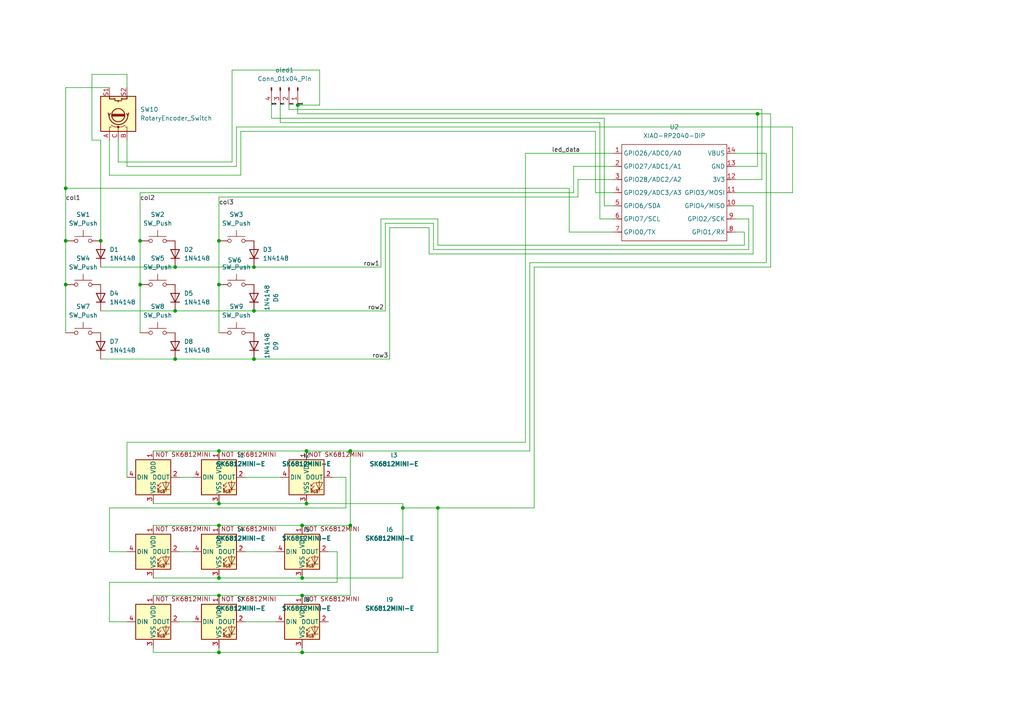
<source format=kicad_sch>
(kicad_sch (version 20250114) (generator "eeschema") (generator_version "9.0")
  (paper "A4")
  (lib_symbols
    (symbol "Connector:Conn_01x04_Pin" (pin_names (offset 1.016) (hide yes))
      (property "Reference" "J" (at 0 5.08 0))
      (property "Value" "Conn_01x04_Pin" (at 0 -7.62 0))
      (symbol "Conn_01x04_Pin_1_1"
        (rectangle (start 0.8636 2.667) (end 0 2.413) (stroke (width 0.1524)) (fill (type outline)))
        (rectangle (start 0.8636 0.127) (end 0 -0.127) (stroke (width 0.1524)) (fill (type outline)))
        (rectangle (start 0.8636 -2.413) (end 0 -2.667) (stroke (width 0.1524)) (fill (type outline)))
        (rectangle (start 0.8636 -4.953) (end 0 -5.207) (stroke (width 0.1524)) (fill (type outline)))
        (polyline (pts (xy 1.27 2.54) (xy 0.8636 2.54)) (stroke (width 0.1524)))
        (polyline (pts (xy 1.27 0) (xy 0.8636 0)) (stroke (width 0.1524)))
        (polyline (pts (xy 1.27 -2.54) (xy 0.8636 -2.54)) (stroke (width 0.1524)))
        (polyline (pts (xy 1.27 -5.08) (xy 0.8636 -5.08)) (stroke (width 0.1524)))
        (pin passive line (at 5.08 2.54 180) (length 3.81) (name "Pin_1") (number "1"))
        (pin passive line (at 5.08 0 180) (length 3.81) (name "Pin_2") (number "2"))
        (pin passive line (at 5.08 -2.54 180) (length 3.81) (name "Pin_3") (number "3"))
        (pin passive line (at 5.08 -5.08 180) (length 3.81) (name "Pin_4") (number "4"))
      )
    )
    (symbol "Device:RotaryEncoder_Switch" (pin_names (offset 0.254) (hide yes))
      (property "Reference" "SW" (at 0 6.604 0))
      (property "Value" "RotaryEncoder_Switch" (at 0 -6.604 0))
      (symbol "RotaryEncoder_Switch_0_1"
        (rectangle (start -5.08 5.08) (end 5.08 -5.08) (stroke (width 0.254)) (fill (type background)))
        (polyline (pts (xy -5.08 2.54) (xy -3.81 2.54) (xy -3.81 2.032)))
        (polyline (pts (xy -5.08 0) (xy -3.81 0) (xy -3.81 -1.016) (xy -3.302 -2.032)))
        (polyline (pts (xy -5.08 -2.54) (xy -3.81 -2.54) (xy -3.81 -2.032)))
        (polyline (pts (xy -4.318 0) (xy -3.81 0) (xy -3.81 1.016) (xy -3.302 2.032)))
        (circle (center -3.81 0) (radius 0.254) (fill (type outline)))
        (polyline (pts (xy -0.635 -1.778) (xy -0.635 1.778)) (stroke (width 0.254)))
        (circle (center -0.381 0) (radius 1.905) (stroke (width 0.254)))
        (polyline (pts (xy -0.381 -1.778) (xy -0.381 1.778)) (stroke (width 0.254)))
        (arc (start -0.381 -2.794) (mid -3.0988 -0.0635) (end -0.381 2.667) (stroke (width 0.254)))
        (polyline (pts (xy -0.127 1.778) (xy -0.127 -1.778)) (stroke (width 0.254)))
        (polyline (pts (xy 0.254 2.921) (xy -0.508 2.667) (xy 0.127 2.286)) (stroke (width 0.254)))
        (polyline (pts (xy 0.254 -3.048) (xy -0.508 -2.794) (xy 0.127 -2.413)) (stroke (width 0.254)))
        (polyline (pts (xy 3.81 1.016) (xy 3.81 -1.016)) (stroke (width 0.254)))
        (polyline (pts (xy 3.81 0) (xy 3.429 0)) (stroke (width 0.254)))
        (circle (center 4.318 1.016) (radius 0.127) (stroke (width 0.254)))
        (circle (center 4.318 -1.016) (radius 0.127) (stroke (width 0.254)))
        (polyline (pts (xy 5.08 2.54) (xy 4.318 2.54) (xy 4.318 1.016)) (stroke (width 0.254)))
        (polyline (pts (xy 5.08 -2.54) (xy 4.318 -2.54) (xy 4.318 -1.016)) (stroke (width 0.254)))
      )
      (symbol "RotaryEncoder_Switch_1_1"
        (pin passive line (at -7.62 2.54 0) (length 2.54) (name "A") (number "A"))
        (pin passive line (at -7.62 0 0) (length 2.54) (name "C") (number "C"))
        (pin passive line (at -7.62 -2.54 0) (length 2.54) (name "B") (number "B"))
        (pin passive line (at 7.62 2.54 180) (length 2.54) (name "S1") (number "S1"))
        (pin passive line (at 7.62 -2.54 180) (length 2.54) (name "S2") (number "S2"))
      )
    )
    (symbol "Diode:1N4148" (pin_numbers (hide yes)) (pin_names (hide yes))
      (property "Reference" "D" (at 0 2.54 0))
      (property "Value" "1N4148" (at 0 -2.54 0))
      (symbol "1N4148_0_1"
        (polyline (pts (xy -1.27 1.27) (xy -1.27 -1.27)) (stroke (width 0.254)))
        (polyline (pts (xy 1.27 1.27) (xy 1.27 -1.27) (xy -1.27 0) (xy 1.27 1.27)) (stroke (width 0.254)))
        (polyline (pts (xy 1.27 0) (xy -1.27 0)))
      )
      (symbol "1N4148_1_1"
        (pin passive line (at -3.81 0 0) (length 2.54) (name "K") (number "1"))
        (pin passive line (at 3.81 0 180) (length 2.54) (name "A") (number "2"))
      )
    )
    (symbol "OPL lib:XIAO-RP2040-DIP"
      (property "Reference" "U" (at 0 0 0))
      (property "Value" "XIAO-RP2040-DIP" (at 5.334 -1.778 0))
      (symbol "XIAO-RP2040-DIP_1_0"
        (polyline (pts (xy -1.27 -2.54) (xy 29.21 -2.54)) (stroke (width 0.1524)))
        (polyline (pts (xy -1.27 -5.08) (xy -2.54 -5.08)) (stroke (width 0.1524)))
        (polyline (pts (xy -1.27 -5.08) (xy -1.27 -2.54)) (stroke (width 0.1524)))
        (polyline (pts (xy -1.27 -8.89) (xy -2.54 -8.89)) (stroke (width 0.1524)))
        (polyline (pts (xy -1.27 -8.89) (xy -1.27 -5.08)) (stroke (width 0.1524)))
        (polyline (pts (xy -1.27 -12.7) (xy -2.54 -12.7)) (stroke (width 0.1524)))
        (polyline (pts (xy -1.27 -12.7) (xy -1.27 -8.89)) (stroke (width 0.1524)))
        (polyline (pts (xy -1.27 -16.51) (xy -2.54 -16.51)) (stroke (width 0.1524)))
        (polyline (pts (xy -1.27 -16.51) (xy -1.27 -12.7)) (stroke (width 0.1524)))
        (polyline (pts (xy -1.27 -20.32) (xy -2.54 -20.32)) (stroke (width 0.1524)))
        (polyline (pts (xy -1.27 -24.13) (xy -2.54 -24.13)) (stroke (width 0.1524)))
        (polyline (pts (xy -1.27 -27.94) (xy -2.54 -27.94)) (stroke (width 0.1524)))
        (polyline (pts (xy -1.27 -30.48) (xy -1.27 -16.51)) (stroke (width 0.1524)))
        (polyline (pts (xy 29.21 -2.54) (xy 29.21 -5.08)) (stroke (width 0.1524)))
        (polyline (pts (xy 29.21 -5.08) (xy 29.21 -8.89)) (stroke (width 0.1524)))
        (polyline (pts (xy 29.21 -8.89) (xy 29.21 -12.7)) (stroke (width 0.1524)))
        (polyline (pts (xy 29.21 -12.7) (xy 29.21 -30.48)) (stroke (width 0.1524)))
        (polyline (pts (xy 29.21 -30.48) (xy -1.27 -30.48)) (stroke (width 0.1524)))
        (polyline (pts (xy 30.48 -5.08) (xy 29.21 -5.08)) (stroke (width 0.1524)))
        (polyline (pts (xy 30.48 -8.89) (xy 29.21 -8.89)) (stroke (width 0.1524)))
        (polyline (pts (xy 30.48 -12.7) (xy 29.21 -12.7)) (stroke (width 0.1524)))
        (polyline (pts (xy 30.48 -16.51) (xy 29.21 -16.51)) (stroke (width 0.1524)))
        (polyline (pts (xy 30.48 -20.32) (xy 29.21 -20.32)) (stroke (width 0.1524)))
        (polyline (pts (xy 30.48 -24.13) (xy 29.21 -24.13)) (stroke (width 0.1524)))
        (polyline (pts (xy 30.48 -27.94) (xy 29.21 -27.94)) (stroke (width 0.1524)))
        (pin passive line (at -3.81 -5.08 0) (length 2.54) (name "GPIO26/ADC0/A0") (number "1"))
        (pin passive line (at -3.81 -8.89 0) (length 2.54) (name "GPIO27/ADC1/A1") (number "2"))
        (pin passive line (at -3.81 -12.7 0) (length 2.54) (name "GPIO28/ADC2/A2") (number "3"))
        (pin passive line (at -3.81 -16.51 0) (length 2.54) (name "GPIO29/ADC3/A3") (number "4"))
        (pin passive line (at -3.81 -20.32 0) (length 2.54) (name "GPIO6/SDA") (number "5"))
        (pin passive line (at -3.81 -24.13 0) (length 2.54) (name "GPIO7/SCL") (number "6"))
        (pin passive line (at -3.81 -27.94 0) (length 2.54) (name "GPIO0/TX") (number "7"))
        (pin passive line (at 31.75 -5.08 180) (length 2.54) (name "VBUS") (number "14"))
        (pin passive line (at 31.75 -8.89 180) (length 2.54) (name "GND") (number "13"))
        (pin passive line (at 31.75 -12.7 180) (length 2.54) (name "3V3") (number "12"))
        (pin passive line (at 31.75 -16.51 180) (length 2.54) (name "GPIO3/MOSI") (number "11"))
        (pin passive line (at 31.75 -20.32 180) (length 2.54) (name "GPIO4/MISO") (number "10"))
        (pin passive line (at 31.75 -24.13 180) (length 2.54) (name "GPIO2/SCK") (number "9"))
        (pin passive line (at 31.75 -27.94 180) (length 2.54) (name "GPIO1/RX") (number "8"))
      )
    )
    (symbol "SK6812MINI-E:SK6812MINI-E" (pin_names (offset 0.254))
      (property "Reference" "D" (at -3.556 5.842 0))
      (property "Value" "SK6812MINI-E" (at 1.27 -5.715 0))
      (symbol "SK6812MINI-E_0_0"
        (text "RGB" (at 2.286 -4.191 0) (effects (font (size 0.762 0.762))))
      )
      (symbol "SK6812MINI-E_0_1"
        (rectangle (start -5.08 5.08) (end 5.08 -5.08) (stroke (width 0.254)) (fill (type background)))
        (polyline (pts (xy 1.27 -2.54) (xy 1.778 -2.54)))
        (polyline (pts (xy 1.27 -3.556) (xy 1.778 -3.556)))
        (polyline (pts (xy 2.286 -1.524) (xy 1.27 -2.54) (xy 1.27 -2.032)))
        (polyline (pts (xy 2.286 -2.54) (xy 1.27 -3.556) (xy 1.27 -3.048)))
        (polyline (pts (xy 3.683 -1.016) (xy 3.683 -3.556) (xy 3.683 -4.064)))
        (polyline (pts (xy 4.699 -1.524) (xy 2.667 -1.524) (xy 3.683 -3.556) (xy 4.699 -1.524)))
        (polyline (pts (xy 4.699 -3.556) (xy 2.667 -3.556)))
      )
      (symbol "SK6812MINI-E_1_1"
        (text "NOT SK6812MINI" (at 8.636 6.604 0) (effects (font (size 1.27 1.27))))
        (pin input line (at -7.62 0 0) (length 2.54) (name "DIN") (number "4"))
        (pin power_in line (at 0 7.62 270) (length 2.54) (name "VDD") (number "1"))
        (pin power_in line (at 0 -7.62 90) (length 2.54) (name "VSS") (number "3"))
        (pin output line (at 7.62 0 180) (length 2.54) (name "DOUT") (number "2"))
      )
    )
    (symbol "Switch:SW_Push" (pin_numbers (hide yes)) (pin_names (offset 1.016) (hide yes))
      (property "Reference" "SW" (at 1.27 2.54 0))
      (property "Value" "SW_Push" (at 0 -1.524 0))
      (symbol "SW_Push_0_1"
        (circle (center -2.032 0) (radius 0.508))
        (polyline (pts (xy 0 1.27) (xy 0 3.048)))
        (circle (center 2.032 0) (radius 0.508))
        (polyline (pts (xy 2.54 1.27) (xy -2.54 1.27)))
        (pin passive line (at -5.08 0 0) (length 2.54) (name "1") (number "1"))
        (pin passive line (at 5.08 0 180) (length 2.54) (name "2") (number "2"))
      )
    )
  )
  (junction (at 87.63 189.23))
  (junction (at 86.36 30.48))
  (junction (at 63.5 167.64))
  (junction (at 63.5 82.55))
  (junction (at 101.6 130.81))
  (junction (at 63.5 69.85))
  (junction (at 101.6 152.4))
  (junction (at 87.63 152.4))
  (junction (at 50.8 77.47))
  (junction (at 88.9 146.05))
  (junction (at 116.84 147.32))
  (junction (at 63.5 172.72))
  (junction (at 87.63 167.64))
  (junction (at 40.64 82.55))
  (junction (at 63.5 130.81))
  (junction (at 19.05 69.85))
  (junction (at 63.5 189.23))
  (junction (at 73.66 77.47))
  (junction (at 87.63 172.72))
  (junction (at 19.05 54.61))
  (junction (at 40.64 69.85))
  (junction (at 50.8 104.14))
  (junction (at 73.66 104.14))
  (junction (at 29.21 69.85))
  (junction (at 50.8 90.17))
  (junction (at 63.5 152.4))
  (junction (at 19.05 82.55))
  (junction (at 63.5 146.05))
  (junction (at 219.71 33.02))
  (junction (at 127 147.32))
  (junction (at 73.66 90.17))
  (junction (at 88.9 130.81))
  (wire (pts (xy 63.5 69.85) (xy 63.5 82.55)))
  (wire (pts (xy 44.45 187.96) (xy 44.45 189.23)))
  (wire (pts (xy 40.64 69.85) (xy 40.64 82.55)))
  (wire (pts (xy 219.71 48.26) (xy 219.71 33.02)))
  (wire (pts (xy 36.83 128.27) (xy 152.4 128.27)))
  (wire (pts (xy 67.31 20.32) (xy 67.31 46.99)))
  (wire (pts (xy 71.12 180.34) (xy 80.01 180.34)))
  (wire (pts (xy 116.84 147.32) (xy 127 147.32)))
  (wire (pts (xy 165.1 67.31) (xy 177.8 67.31)))
  (wire (pts (xy 173.99 35.56) (xy 81.28 35.56)))
  (wire (pts (xy 26.67 40.64) (xy 26.67 21.59)))
  (wire (pts (xy 44.45 146.05) (xy 63.5 146.05)))
  (wire (pts (xy 213.36 52.07) (xy 220.98 52.07)))
  (wire (pts (xy 127 147.32) (xy 127 189.23)))
  (wire (pts (xy 29.21 104.14) (xy 50.8 104.14)))
  (wire (pts (xy 87.63 189.23) (xy 127 189.23)))
  (wire (pts (xy 175.26 59.69) (xy 175.26 34.29)))
  (wire (pts (xy 217.17 63.5) (xy 213.36 63.5)))
  (wire (pts (xy 213.36 67.31) (xy 215.9 67.31)))
  (wire (pts (xy 88.9 146.05) (xy 116.84 146.05)))
  (wire (pts (xy 31.75 168.91) (xy 31.75 180.34)))
  (wire (pts (xy 175.26 34.29) (xy 78.74 34.29)))
  (wire (pts (xy 110.49 77.47) (xy 110.49 63.5)))
  (wire (pts (xy 111.76 64.77) (xy 125.73 64.77)))
  (wire (pts (xy 177.8 44.45) (xy 152.4 44.45)))
  (wire (pts (xy 219.71 33.02) (xy 223.52 33.02)))
  (wire (pts (xy 19.05 54.61) (xy 165.1 54.61)))
  (wire (pts (xy 223.52 77.47) (xy 154.94 77.47)))
  (wire (pts (xy 166.37 48.26) (xy 177.8 48.26)))
  (wire (pts (xy 73.66 77.47) (xy 110.49 77.47)))
  (wire (pts (xy 152.4 44.45) (xy 152.4 128.27)))
  (wire (pts (xy 36.83 21.59) (xy 36.83 25.4)))
  (wire (pts (xy 73.66 104.14) (xy 113.03 104.14)))
  (wire (pts (xy 73.66 90.17) (xy 111.76 90.17)))
  (wire (pts (xy 165.1 54.61) (xy 165.1 67.31)))
  (wire (pts (xy 113.03 66.04) (xy 124.46 66.04)))
  (wire (pts (xy 44.45 152.4) (xy 63.5 152.4)))
  (wire (pts (xy 222.25 44.45) (xy 222.25 76.2)))
  (wire (pts (xy 63.5 82.55) (xy 63.5 96.52)))
  (wire (pts (xy 153.67 76.2) (xy 222.25 76.2)))
  (wire (pts (xy 69.85 50.8) (xy 69.85 38.1)))
  (wire (pts (xy 67.31 46.99) (xy 34.29 46.99)))
  (wire (pts (xy 83.82 31.75) (xy 83.82 30.48)))
  (wire (pts (xy 111.76 90.17) (xy 111.76 64.77)))
  (wire (pts (xy 63.5 189.23) (xy 87.63 189.23)))
  (wire (pts (xy 172.72 55.88) (xy 177.8 55.88)))
  (wire (pts (xy 166.37 55.88) (xy 166.37 48.26)))
  (wire (pts (xy 44.45 172.72) (xy 63.5 172.72)))
  (wire (pts (xy 36.83 40.64) (xy 36.83 48.26)))
  (wire (pts (xy 19.05 82.55) (xy 19.05 96.52)))
  (wire (pts (xy 116.84 147.32) (xy 116.84 167.64)))
  (wire (pts (xy 87.63 172.72) (xy 101.6 172.72)))
  (wire (pts (xy 127 147.32) (xy 154.94 147.32)))
  (wire (pts (xy 71.12 138.43) (xy 81.28 138.43)))
  (wire (pts (xy 63.5 130.81) (xy 88.9 130.81)))
  (wire (pts (xy 87.63 167.64) (xy 116.84 167.64)))
  (wire (pts (xy 220.98 52.07) (xy 220.98 31.75)))
  (wire (pts (xy 167.64 52.07) (xy 177.8 52.07)))
  (wire (pts (xy 36.83 48.26) (xy 68.58 48.26)))
  (wire (pts (xy 81.28 35.56) (xy 81.28 30.48)))
  (wire (pts (xy 31.75 147.32) (xy 100.33 147.32)))
  (wire (pts (xy 50.8 90.17) (xy 73.66 90.17)))
  (wire (pts (xy 92.71 20.32) (xy 67.31 20.32)))
  (wire (pts (xy 63.5 187.96) (xy 63.5 189.23)))
  (wire (pts (xy 167.64 57.15) (xy 167.64 52.07)))
  (wire (pts (xy 36.83 160.02) (xy 31.75 160.02)))
  (wire (pts (xy 177.8 59.69) (xy 175.26 59.69)))
  (wire (pts (xy 217.17 72.39) (xy 217.17 63.5)))
  (wire (pts (xy 213.36 55.88) (xy 229.87 55.88)))
  (wire (pts (xy 125.73 72.39) (xy 217.17 72.39)))
  (wire (pts (xy 219.71 33.02) (xy 86.36 33.02)))
  (wire (pts (xy 31.75 25.4) (xy 19.05 25.4)))
  (wire (pts (xy 87.63 187.96) (xy 87.63 189.23)))
  (wire (pts (xy 223.52 33.02) (xy 223.52 77.47)))
  (wire (pts (xy 101.6 152.4) (xy 101.6 130.81)))
  (wire (pts (xy 44.45 167.64) (xy 63.5 167.64)))
  (wire (pts (xy 63.5 152.4) (xy 87.63 152.4)))
  (wire (pts (xy 95.25 160.02) (xy 97.79 160.02)))
  (wire (pts (xy 154.94 77.47) (xy 154.94 147.32)))
  (wire (pts (xy 29.21 90.17) (xy 50.8 90.17)))
  (wire (pts (xy 26.67 21.59) (xy 36.83 21.59)))
  (wire (pts (xy 44.45 130.81) (xy 63.5 130.81)))
  (wire (pts (xy 78.74 34.29) (xy 78.74 30.48)))
  (wire (pts (xy 52.07 160.02) (xy 55.88 160.02)))
  (wire (pts (xy 36.83 128.27) (xy 36.83 138.43)))
  (wire (pts (xy 19.05 25.4) (xy 19.05 54.61)))
  (wire (pts (xy 101.6 172.72) (xy 101.6 152.4)))
  (wire (pts (xy 63.5 146.05) (xy 88.9 146.05)))
  (wire (pts (xy 153.67 130.81) (xy 153.67 76.2)))
  (wire (pts (xy 101.6 130.81) (xy 153.67 130.81)))
  (wire (pts (xy 113.03 104.14) (xy 113.03 66.04)))
  (wire (pts (xy 92.71 30.48) (xy 86.36 30.48)))
  (wire (pts (xy 218.44 59.69) (xy 213.36 59.69)))
  (wire (pts (xy 173.99 63.5) (xy 173.99 35.56)))
  (wire (pts (xy 172.72 38.1) (xy 172.72 55.88)))
  (wire (pts (xy 40.64 55.88) (xy 166.37 55.88)))
  (wire (pts (xy 213.36 48.26) (xy 219.71 48.26)))
  (wire (pts (xy 40.64 82.55) (xy 40.64 96.52)))
  (wire (pts (xy 213.36 44.45) (xy 222.25 44.45)))
  (wire (pts (xy 31.75 168.91) (xy 97.79 168.91)))
  (wire (pts (xy 215.9 67.31) (xy 215.9 71.12)))
  (wire (pts (xy 92.71 20.32) (xy 92.71 30.48)))
  (wire (pts (xy 68.58 48.26) (xy 68.58 36.83)))
  (wire (pts (xy 63.5 167.64) (xy 87.63 167.64)))
  (wire (pts (xy 88.9 130.81) (xy 101.6 130.81)))
  (wire (pts (xy 69.85 38.1) (xy 172.72 38.1)))
  (wire (pts (xy 83.82 31.75) (xy 220.98 31.75)))
  (wire (pts (xy 31.75 160.02) (xy 31.75 147.32)))
  (wire (pts (xy 63.5 57.15) (xy 167.64 57.15)))
  (wire (pts (xy 110.49 63.5) (xy 127 63.5)))
  (wire (pts (xy 124.46 73.66) (xy 218.44 73.66)))
  (wire (pts (xy 127 71.12) (xy 215.9 71.12)))
  (wire (pts (xy 218.44 73.66) (xy 218.44 59.69)))
  (wire (pts (xy 31.75 40.64) (xy 31.75 50.8)))
  (wire (pts (xy 97.79 160.02) (xy 97.79 168.91)))
  (wire (pts (xy 29.21 40.64) (xy 26.67 40.64)))
  (wire (pts (xy 52.07 180.34) (xy 55.88 180.34)))
  (wire (pts (xy 50.8 77.47) (xy 73.66 77.47)))
  (wire (pts (xy 34.29 40.64) (xy 34.29 46.99)))
  (wire (pts (xy 63.5 57.15) (xy 63.5 69.85)))
  (wire (pts (xy 96.52 138.43) (xy 100.33 138.43)))
  (wire (pts (xy 229.87 36.83) (xy 229.87 55.88)))
  (wire (pts (xy 87.63 152.4) (xy 101.6 152.4)))
  (wire (pts (xy 125.73 64.77) (xy 125.73 72.39)))
  (wire (pts (xy 124.46 66.04) (xy 124.46 73.66)))
  (wire (pts (xy 44.45 189.23) (xy 63.5 189.23)))
  (wire (pts (xy 31.75 50.8) (xy 69.85 50.8)))
  (wire (pts (xy 63.5 172.72) (xy 87.63 172.72)))
  (wire (pts (xy 116.84 146.05) (xy 116.84 147.32)))
  (wire (pts (xy 100.33 138.43) (xy 100.33 147.32)))
  (wire (pts (xy 50.8 104.14) (xy 73.66 104.14)))
  (wire (pts (xy 19.05 69.85) (xy 19.05 54.61)))
  (wire (pts (xy 68.58 36.83) (xy 229.87 36.83)))
  (wire (pts (xy 52.07 138.43) (xy 55.88 138.43)))
  (wire (pts (xy 29.21 69.85) (xy 29.21 40.64)))
  (wire (pts (xy 36.83 180.34) (xy 31.75 180.34)))
  (wire (pts (xy 40.64 55.88) (xy 40.64 69.85)))
  (wire (pts (xy 19.05 69.85) (xy 19.05 82.55)))
  (wire (pts (xy 29.21 77.47) (xy 50.8 77.47)))
  (wire (pts (xy 86.36 33.02) (xy 86.36 30.48)))
  (wire (pts (xy 71.12 160.02) (xy 80.01 160.02)))
  (wire (pts (xy 127 71.12) (xy 127 63.5)))
  (wire (pts (xy 177.8 63.5) (xy 173.99 63.5)))
  (label "" (at 81.28 30.48 0) (effects (font (size 0.508 0.508))))
  (label "col2" (at 40.64 58.42 0))
  (label "led_data" (at 160.02 44.45 0))
  (label "row2" (at 106.68 90.17 0))
  (label "col1" (at 19.05 58.42 0))
  (label "row1" (at 105.41 77.47 0))
  (label "vcc" (at 83.82 30.48 0) (effects (font (size 0.508 0.508))))
  (label "sda" (at 78.74 30.48 0) (effects (font (size 0.508 0.508))))
  (label "col3" (at 63.5 59.69 0))
  (label "row3" (at 107.95 104.14 0))
  (label "gnd" (at 86.36 30.48 0) (effects (font (size 0.508 0.508))))
  (label "scl" (at 81.28 30.48 0) (effects (font (size 0.508 0.508))))
  (symbol (lib_id "SK6812MINI-E:SK6812MINI-E") (at 87.63 180.34 0) (unit 1)
    (property "Reference" "l9" (at 113.03 173.9198 0))
    (property "Value" "SK6812MINI-E" (at 113.03 176.4599 0) (effects (font (thickness 0.254) (bold yes))))
    (property "Footprint" "Hackclub Footprints:MX_SK6812MINI-E_REV" (effects (hide yes)))
    (property "Datasheet" "https://cdn-shop.adafruit.com/product-files/4960/4960_SK6812MINI-E_REV02_EN.pdf" (effects (hide yes)))
    (property "Description" "RGB LED with integrated controller" (effects (hide yes)))
  )
  (symbol (lib_id "Diode:1N4148") (at 73.66 100.33 270) (mirror x) (unit 1)
    (property "Reference" "D9" (at 80.01 100.33 0))
    (property "Value" "1N4148" (at 77.47 100.33 0))
    (property "Footprint" "Diode_THT:D_DO-35_SOD27_P7.62mm_Horizontal" (effects (hide yes)))
    (property "Datasheet" "https://assets.nexperia.com/documents/data-sheet/1N4148_1N4448.pdf" (effects (hide yes)))
    (property "Description" "100V 0.15A standard switching diode, DO-35" (effects (hide yes)))
    (property "Sim.Device" "D" (effects (hide yes)))
    (property "Sim.Pins" "1=K 2=A" (effects (hide yes)))
  )
  (symbol (lib_id "Diode:1N4148") (at 29.21 100.33 90) (unit 1)
    (property "Reference" "D7" (at 31.75 99.0599 90) (effects (justify right)))
    (property "Value" "1N4148" (at 31.75 101.5999 90) (effects (justify right)))
    (property "Footprint" "Diode_THT:D_DO-35_SOD27_P7.62mm_Horizontal" (effects (hide yes)))
    (property "Datasheet" "https://assets.nexperia.com/documents/data-sheet/1N4148_1N4448.pdf" (effects (hide yes)))
    (property "Description" "100V 0.15A standard switching diode, DO-35" (effects (hide yes)))
    (property "Sim.Device" "D" (effects (hide yes)))
    (property "Sim.Pins" "1=K 2=A" (effects (hide yes)))
  )
  (symbol (lib_id "Diode:1N4148") (at 29.21 73.66 90) (unit 1)
    (property "Reference" "D1" (at 31.75 72.3899 90) (effects (justify right)))
    (property "Value" "1N4148" (at 31.75 74.9299 90) (effects (justify right)))
    (property "Footprint" "Diode_THT:D_DO-35_SOD27_P7.62mm_Horizontal" (effects (hide yes)))
    (property "Datasheet" "https://assets.nexperia.com/documents/data-sheet/1N4148_1N4448.pdf" (effects (hide yes)))
    (property "Description" "100V 0.15A standard switching diode, DO-35" (effects (hide yes)))
    (property "Sim.Device" "D" (effects (hide yes)))
    (property "Sim.Pins" "1=K 2=A" (effects (hide yes)))
  )
  (symbol (lib_id "Diode:1N4148") (at 50.8 100.33 90) (unit 1)
    (property "Reference" "D8" (at 53.34 99.0599 90) (effects (justify right)))
    (property "Value" "1N4148" (at 53.34 101.5999 90) (effects (justify right)))
    (property "Footprint" "Diode_THT:D_DO-35_SOD27_P7.62mm_Horizontal" (effects (hide yes)))
    (property "Datasheet" "https://assets.nexperia.com/documents/data-sheet/1N4148_1N4448.pdf" (effects (hide yes)))
    (property "Description" "100V 0.15A standard switching diode, DO-35" (effects (hide yes)))
    (property "Sim.Device" "D" (effects (hide yes)))
    (property "Sim.Pins" "1=K 2=A" (effects (hide yes)))
  )
  (symbol (lib_id "OPL lib:XIAO-RP2040-DIP") (at 181.61 39.37 0) (unit 1)
    (property "Reference" "U2" (at 195.58 36.83 0))
    (property "Value" "XIAO-RP2040-DIP" (at 195.58 39.37 0))
    (property "Footprint" "Hackclub Footprints:XIAO-RP2040-DIP" (effects (hide yes)))
  )
  (symbol (lib_id "Diode:1N4148") (at 29.21 86.36 90) (unit 1)
    (property "Reference" "D4" (at 31.75 85.0899 90) (effects (justify right)))
    (property "Value" "1N4148" (at 31.75 87.6299 90) (effects (justify right)))
    (property "Footprint" "Diode_THT:D_DO-35_SOD27_P7.62mm_Horizontal" (effects (hide yes)))
    (property "Datasheet" "https://assets.nexperia.com/documents/data-sheet/1N4148_1N4448.pdf" (effects (hide yes)))
    (property "Description" "100V 0.15A standard switching diode, DO-35" (effects (hide yes)))
    (property "Sim.Device" "D" (effects (hide yes)))
    (property "Sim.Pins" "1=K 2=A" (effects (hide yes)))
  )
  (symbol (lib_id "Switch:SW_Push") (at 45.72 96.52 0) (unit 1)
    (property "Reference" "SW8" (at 45.72 88.9 0))
    (property "Value" "SW_Push" (at 45.72 91.44 0))
    (property "Footprint" "Button_Switch_Keyboard:SW_Cherry_MX_1.00u_PCB" (effects (hide yes)))
    (property "Description" "Push button switch, generic, two pins" (effects (hide yes)))
  )
  (symbol (lib_id "SK6812MINI-E:SK6812MINI-E") (at 63.5 138.43 0) (unit 1)
    (property "Reference" "l2" (at 88.9 132.0098 0))
    (property "Value" "SK6812MINI-E" (at 88.9 134.5499 0) (effects (font (thickness 0.254) (bold yes))))
    (property "Footprint" "Hackclub Footprints:MX_SK6812MINI-E_REV" (effects (hide yes)))
    (property "Datasheet" "https://cdn-shop.adafruit.com/product-files/4960/4960_SK6812MINI-E_REV02_EN.pdf" (effects (hide yes)))
    (property "Description" "RGB LED with integrated controller" (effects (hide yes)))
  )
  (symbol (lib_id "Diode:1N4148") (at 73.66 86.36 270) (mirror x) (unit 1)
    (property "Reference" "D6" (at 80.01 86.36 0))
    (property "Value" "1N4148" (at 77.47 86.36 0))
    (property "Footprint" "Diode_THT:D_DO-35_SOD27_P7.62mm_Horizontal" (effects (hide yes)))
    (property "Datasheet" "https://assets.nexperia.com/documents/data-sheet/1N4148_1N4448.pdf" (effects (hide yes)))
    (property "Description" "100V 0.15A standard switching diode, DO-35" (effects (hide yes)))
    (property "Sim.Device" "D" (effects (hide yes)))
    (property "Sim.Pins" "1=K 2=A" (effects (hide yes)))
  )
  (symbol (lib_id "SK6812MINI-E:SK6812MINI-E") (at 44.45 160.02 0) (unit 1)
    (property "Reference" "l4" (at 69.85 153.5998 0))
    (property "Value" "SK6812MINI-E" (at 69.85 156.1399 0) (effects (font (thickness 0.254) (bold yes))))
    (property "Footprint" "Hackclub Footprints:MX_SK6812MINI-E_REV" (effects (hide yes)))
    (property "Datasheet" "https://cdn-shop.adafruit.com/product-files/4960/4960_SK6812MINI-E_REV02_EN.pdf" (effects (hide yes)))
    (property "Description" "RGB LED with integrated controller" (effects (hide yes)))
  )
  (symbol (lib_id "Switch:SW_Push") (at 68.58 82.55 0) (unit 1)
    (property "Reference" "SW6" (at 68.072 75.438 0))
    (property "Value" "SW_Push" (at 68.58 77.47 0))
    (property "Footprint" "Button_Switch_Keyboard:SW_Cherry_MX_1.00u_PCB" (effects (hide yes)))
    (property "Description" "Push button switch, generic, two pins" (effects (hide yes)))
  )
  (symbol (lib_id "SK6812MINI-E:SK6812MINI-E") (at 63.5 160.02 0) (unit 1)
    (property "Reference" "l5" (at 88.9 153.5998 0))
    (property "Value" "SK6812MINI-E" (at 88.9 156.1399 0) (effects (font (thickness 0.254) (bold yes))))
    (property "Footprint" "Hackclub Footprints:MX_SK6812MINI-E_REV" (effects (hide yes)))
    (property "Datasheet" "https://cdn-shop.adafruit.com/product-files/4960/4960_SK6812MINI-E_REV02_EN.pdf" (effects (hide yes)))
    (property "Description" "RGB LED with integrated controller" (effects (hide yes)))
  )
  (symbol (lib_id "SK6812MINI-E:SK6812MINI-E") (at 44.45 138.43 0) (unit 1)
    (property "Reference" "l1" (at 69.85 132.0098 0))
    (property "Value" "SK6812MINI-E" (at 69.85 134.5499 0) (effects (font (thickness 0.254) (bold yes))))
    (property "Footprint" "Hackclub Footprints:MX_SK6812MINI-E_REV" (effects (hide yes)))
    (property "Datasheet" "https://cdn-shop.adafruit.com/product-files/4960/4960_SK6812MINI-E_REV02_EN.pdf" (effects (hide yes)))
    (property "Description" "RGB LED with integrated controller" (effects (hide yes)))
  )
  (symbol (lib_id "Switch:SW_Push") (at 45.72 82.55 0) (unit 1)
    (property "Reference" "SW5" (at 45.72 74.93 0))
    (property "Value" "SW_Push" (at 45.72 77.47 0))
    (property "Footprint" "Button_Switch_Keyboard:SW_Cherry_MX_1.00u_PCB" (effects (hide yes)))
    (property "Description" "Push button switch, generic, two pins" (effects (hide yes)))
  )
  (symbol (lib_id "SK6812MINI-E:SK6812MINI-E") (at 88.9 138.43 0) (unit 1)
    (property "Reference" "l3" (at 114.3 132.0098 0))
    (property "Value" "SK6812MINI-E" (at 114.3 134.5499 0) (effects (font (thickness 0.254) (bold yes))))
    (property "Footprint" "Hackclub Footprints:MX_SK6812MINI-E_REV" (effects (hide yes)))
    (property "Datasheet" "https://cdn-shop.adafruit.com/product-files/4960/4960_SK6812MINI-E_REV02_EN.pdf" (effects (hide yes)))
    (property "Description" "RGB LED with integrated controller" (effects (hide yes)))
  )
  (symbol (lib_id "SK6812MINI-E:SK6812MINI-E") (at 87.63 160.02 0) (unit 1)
    (property "Reference" "l6" (at 113.03 153.5998 0))
    (property "Value" "SK6812MINI-E" (at 113.03 156.1399 0) (effects (font (thickness 0.254) (bold yes))))
    (property "Footprint" "Hackclub Footprints:MX_SK6812MINI-E_REV" (effects (hide yes)))
    (property "Datasheet" "https://cdn-shop.adafruit.com/product-files/4960/4960_SK6812MINI-E_REV02_EN.pdf" (effects (hide yes)))
    (property "Description" "RGB LED with integrated controller" (effects (hide yes)))
  )
  (symbol (lib_id "Switch:SW_Push") (at 68.58 69.85 0) (unit 1)
    (property "Reference" "SW3" (at 68.58 62.23 0))
    (property "Value" "SW_Push" (at 68.58 64.77 0))
    (property "Footprint" "Button_Switch_Keyboard:SW_Cherry_MX_1.00u_PCB" (effects (hide yes)))
    (property "Description" "Push button switch, generic, two pins" (effects (hide yes)))
  )
  (symbol (lib_id "SK6812MINI-E:SK6812MINI-E") (at 63.5 180.34 0) (unit 1)
    (property "Reference" "l8" (at 88.9 173.9198 0))
    (property "Value" "SK6812MINI-E" (at 88.9 176.4599 0) (effects (font (thickness 0.254) (bold yes))))
    (property "Footprint" "Hackclub Footprints:MX_SK6812MINI-E_REV" (effects (hide yes)))
    (property "Datasheet" "https://cdn-shop.adafruit.com/product-files/4960/4960_SK6812MINI-E_REV02_EN.pdf" (effects (hide yes)))
    (property "Description" "RGB LED with integrated controller" (effects (hide yes)))
  )
  (symbol (lib_id "Diode:1N4148") (at 50.8 86.36 90) (unit 1)
    (property "Reference" "D5" (at 53.34 85.0899 90) (effects (justify right)))
    (property "Value" "1N4148" (at 53.34 87.6299 90) (effects (justify right)))
    (property "Footprint" "Diode_THT:D_DO-35_SOD27_P7.62mm_Horizontal" (effects (hide yes)))
    (property "Datasheet" "https://assets.nexperia.com/documents/data-sheet/1N4148_1N4448.pdf" (effects (hide yes)))
    (property "Description" "100V 0.15A standard switching diode, DO-35" (effects (hide yes)))
    (property "Sim.Device" "D" (effects (hide yes)))
    (property "Sim.Pins" "1=K 2=A" (effects (hide yes)))
  )
  (symbol (lib_id "Device:RotaryEncoder_Switch") (at 34.29 33.02 90) (unit 1)
    (property "Reference" "SW10" (at 40.64 31.7499 90) (effects (justify right)))
    (property "Value" "RotaryEncoder_Switch" (at 40.64 34.2899 90) (effects (justify right)))
    (property "Footprint" "Rotary_Encoder:RotaryEncoder_Alps_EC11E-Switch_Vertical_H20mm" (effects (hide yes)))
    (property "Description" "Rotary encoder, dual channel, incremental quadrate outputs, with switch" (effects (hide yes)))
  )
  (symbol (lib_id "Diode:1N4148") (at 50.8 73.66 90) (unit 1)
    (property "Reference" "D2" (at 53.34 72.3899 90) (effects (justify right)))
    (property "Value" "1N4148" (at 53.34 74.9299 90) (effects (justify right)))
    (property "Footprint" "Diode_THT:D_DO-35_SOD27_P7.62mm_Horizontal" (effects (hide yes)))
    (property "Datasheet" "https://assets.nexperia.com/documents/data-sheet/1N4148_1N4448.pdf" (effects (hide yes)))
    (property "Description" "100V 0.15A standard switching diode, DO-35" (effects (hide yes)))
    (property "Sim.Device" "D" (effects (hide yes)))
    (property "Sim.Pins" "1=K 2=A" (effects (hide yes)))
  )
  (symbol (lib_id "Switch:SW_Push") (at 24.13 96.52 0) (unit 1)
    (property "Reference" "SW7" (at 24.13 88.9 0))
    (property "Value" "SW_Push" (at 24.13 91.44 0))
    (property "Footprint" "Button_Switch_Keyboard:SW_Cherry_MX_1.00u_PCB" (effects (hide yes)))
    (property "Description" "Push button switch, generic, two pins" (effects (hide yes)))
  )
  (symbol (lib_id "Connector:Conn_01x04_Pin") (at 83.82 25.4 270) (unit 1)
    (property "Reference" "oled1" (at 82.55 20.32 90))
    (property "Value" "Conn_01x04_Pin" (at 82.55 22.86 90))
    (property "Footprint" "Hackclub Footprints:OLED_0.91_128x32" (effects (hide yes)))
    (property "Description" "Generic connector, single row, 01x04, script generated" (effects (hide yes)))
  )
  (symbol (lib_id "Switch:SW_Push") (at 68.58 96.52 0) (unit 1)
    (property "Reference" "SW9" (at 68.58 88.9 0))
    (property "Value" "SW_Push" (at 68.58 91.44 0))
    (property "Footprint" "Button_Switch_Keyboard:SW_Cherry_MX_1.00u_PCB" (effects (hide yes)))
    (property "Description" "Push button switch, generic, two pins" (effects (hide yes)))
  )
  (symbol (lib_id "Switch:SW_Push") (at 45.72 69.85 0) (unit 1)
    (property "Reference" "SW2" (at 45.72 62.23 0))
    (property "Value" "SW_Push" (at 45.72 64.77 0))
    (property "Footprint" "Button_Switch_Keyboard:SW_Cherry_MX_1.00u_PCB" (effects (hide yes)))
    (property "Description" "Push button switch, generic, two pins" (effects (hide yes)))
  )
  (symbol (lib_id "Switch:SW_Push") (at 24.13 82.55 0) (unit 1)
    (property "Reference" "SW4" (at 24.13 74.93 0))
    (property "Value" "SW_Push" (at 24.13 77.47 0))
    (property "Footprint" "Button_Switch_Keyboard:SW_Cherry_MX_1.00u_PCB" (effects (hide yes)))
    (property "Description" "Push button switch, generic, two pins" (effects (hide yes)))
  )
  (symbol (lib_id "SK6812MINI-E:SK6812MINI-E") (at 44.45 180.34 0) (unit 1)
    (property "Reference" "l7" (at 69.85 173.9198 0))
    (property "Value" "SK6812MINI-E" (at 69.85 176.4599 0) (effects (font (thickness 0.254) (bold yes))))
    (property "Footprint" "Hackclub Footprints:MX_SK6812MINI-E_REV" (effects (hide yes)))
    (property "Datasheet" "https://cdn-shop.adafruit.com/product-files/4960/4960_SK6812MINI-E_REV02_EN.pdf" (effects (hide yes)))
    (property "Description" "RGB LED with integrated controller" (effects (hide yes)))
  )
  (symbol (lib_id "Switch:SW_Push") (at 24.13 69.85 0) (unit 1)
    (property "Reference" "SW1" (at 24.13 62.23 0))
    (property "Value" "SW_Push" (at 24.13 64.77 0))
    (property "Footprint" "Button_Switch_Keyboard:SW_Cherry_MX_1.00u_PCB" (effects (hide yes)))
    (property "Description" "Push button switch, generic, two pins" (effects (hide yes)))
  )
  (symbol (lib_id "Diode:1N4148") (at 73.66 73.66 270) (mirror x) (unit 1)
    (property "Reference" "D3" (at 76.2 72.3899 90) (effects (justify left)))
    (property "Value" "1N4148" (at 76.2 74.9299 90) (effects (justify left)))
    (property "Footprint" "Diode_THT:D_DO-35_SOD27_P7.62mm_Horizontal" (effects (hide yes)))
    (property "Datasheet" "https://assets.nexperia.com/documents/data-sheet/1N4148_1N4448.pdf" (effects (hide yes)))
    (property "Description" "100V 0.15A standard switching diode, DO-35" (effects (hide yes)))
    (property "Sim.Device" "D" (effects (hide yes)))
    (property "Sim.Pins" "1=K 2=A" (effects (hide yes)))
  )
)
</source>
